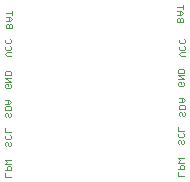
<source format=gbo>
G75*
%MOIN*%
%OFA0B0*%
%FSLAX24Y24*%
%IPPOS*%
%LPD*%
%AMOC8*
5,1,8,0,0,1.08239X$1,22.5*
%
%ADD10C,0.0040*%
D10*
X001174Y000615D02*
X001174Y000748D01*
X001174Y000836D02*
X001375Y000836D01*
X001375Y000936D01*
X001341Y000969D01*
X001274Y000969D01*
X001241Y000936D01*
X001241Y000836D01*
X001174Y000615D02*
X001375Y000615D01*
X001375Y001057D02*
X001174Y001057D01*
X001241Y001124D01*
X001174Y001190D01*
X001375Y001190D01*
X001333Y001662D02*
X001300Y001662D01*
X001267Y001695D01*
X001267Y001762D01*
X001233Y001796D01*
X001200Y001796D01*
X001166Y001762D01*
X001166Y001695D01*
X001200Y001662D01*
X001333Y001662D02*
X001367Y001695D01*
X001367Y001762D01*
X001333Y001796D01*
X001333Y001883D02*
X001200Y001883D01*
X001166Y001916D01*
X001166Y001983D01*
X001200Y002017D01*
X001333Y002017D02*
X001367Y001983D01*
X001367Y001916D01*
X001333Y001883D01*
X001367Y002104D02*
X001166Y002104D01*
X001166Y002238D01*
X001208Y002623D02*
X001174Y002656D01*
X001174Y002723D01*
X001208Y002756D01*
X001241Y002756D01*
X001274Y002723D01*
X001274Y002656D01*
X001308Y002623D01*
X001341Y002623D01*
X001375Y002656D01*
X001375Y002723D01*
X001341Y002756D01*
X001375Y002844D02*
X001375Y002944D01*
X001341Y002977D01*
X001208Y002977D01*
X001174Y002944D01*
X001174Y002844D01*
X001375Y002844D01*
X001308Y003065D02*
X001174Y003065D01*
X001274Y003065D02*
X001274Y003198D01*
X001308Y003198D02*
X001174Y003198D01*
X001308Y003198D02*
X001375Y003131D01*
X001308Y003065D01*
X001341Y003568D02*
X001208Y003568D01*
X001174Y003601D01*
X001174Y003668D01*
X001208Y003701D01*
X001274Y003701D01*
X001274Y003634D01*
X001341Y003568D02*
X001375Y003601D01*
X001375Y003668D01*
X001341Y003701D01*
X001375Y003789D02*
X001174Y003922D01*
X001375Y003922D01*
X001375Y004010D02*
X001375Y004110D01*
X001341Y004143D01*
X001208Y004143D01*
X001174Y004110D01*
X001174Y004010D01*
X001375Y004010D01*
X001375Y003789D02*
X001174Y003789D01*
X001237Y004637D02*
X001171Y004704D01*
X001237Y004770D01*
X001371Y004770D01*
X001337Y004858D02*
X001204Y004858D01*
X001171Y004891D01*
X001171Y004958D01*
X001204Y004991D01*
X001204Y005079D02*
X001171Y005112D01*
X001171Y005179D01*
X001204Y005212D01*
X001337Y005212D02*
X001371Y005179D01*
X001371Y005112D01*
X001337Y005079D01*
X001204Y005079D01*
X001337Y004991D02*
X001371Y004958D01*
X001371Y004891D01*
X001337Y004858D01*
X001371Y004637D02*
X001237Y004637D01*
X001194Y005584D02*
X001194Y005684D01*
X001228Y005717D01*
X001261Y005717D01*
X001294Y005684D01*
X001294Y005584D01*
X001194Y005584D02*
X001394Y005584D01*
X001394Y005684D01*
X001361Y005717D01*
X001328Y005717D01*
X001294Y005684D01*
X001294Y005805D02*
X001294Y005938D01*
X001328Y005938D02*
X001194Y005938D01*
X001328Y005938D02*
X001394Y005872D01*
X001328Y005805D01*
X001194Y005805D01*
X001394Y006026D02*
X001394Y006159D01*
X001394Y006093D02*
X001194Y006093D01*
X006911Y006139D02*
X007044Y006139D01*
X007111Y006072D01*
X007044Y006005D01*
X006911Y006005D01*
X007011Y006005D02*
X007011Y006139D01*
X007111Y006226D02*
X007111Y006360D01*
X007111Y006293D02*
X006911Y006293D01*
X006944Y005918D02*
X006911Y005884D01*
X006911Y005784D01*
X007111Y005784D01*
X007111Y005884D01*
X007077Y005918D01*
X007044Y005918D01*
X007011Y005884D01*
X007011Y005784D01*
X007011Y005884D02*
X006977Y005918D01*
X006944Y005918D01*
X007007Y005210D02*
X006974Y005177D01*
X006974Y005110D01*
X007007Y005077D01*
X007140Y005077D01*
X007174Y005110D01*
X007174Y005177D01*
X007140Y005210D01*
X007140Y004989D02*
X007174Y004956D01*
X007174Y004889D01*
X007140Y004856D01*
X007007Y004856D01*
X006974Y004889D01*
X006974Y004956D01*
X007007Y004989D01*
X007040Y004768D02*
X007174Y004768D01*
X007040Y004768D02*
X006974Y004701D01*
X007040Y004635D01*
X007174Y004635D01*
X007101Y004226D02*
X006968Y004226D01*
X006934Y004192D01*
X006934Y004092D01*
X007134Y004092D01*
X007134Y004192D01*
X007101Y004226D01*
X007134Y004005D02*
X006934Y004005D01*
X007134Y003871D01*
X006934Y003871D01*
X006968Y003784D02*
X007034Y003784D01*
X007034Y003717D01*
X006968Y003650D02*
X006934Y003684D01*
X006934Y003750D01*
X006968Y003784D01*
X007101Y003784D02*
X007134Y003750D01*
X007134Y003684D01*
X007101Y003650D01*
X006968Y003650D01*
X006974Y003241D02*
X007107Y003241D01*
X007174Y003175D01*
X007107Y003108D01*
X006974Y003108D01*
X007007Y003020D02*
X007140Y003020D01*
X007174Y002987D01*
X007174Y002887D01*
X006974Y002887D01*
X006974Y002987D01*
X007007Y003020D01*
X007074Y003108D02*
X007074Y003241D01*
X007040Y002800D02*
X007007Y002800D01*
X006974Y002766D01*
X006974Y002699D01*
X007007Y002666D01*
X007074Y002699D02*
X007074Y002766D01*
X007040Y002800D01*
X007140Y002800D02*
X007174Y002766D01*
X007174Y002699D01*
X007140Y002666D01*
X007107Y002666D01*
X007074Y002699D01*
X006934Y002297D02*
X006934Y002163D01*
X007134Y002163D01*
X007101Y002076D02*
X007134Y002042D01*
X007134Y001976D01*
X007101Y001942D01*
X006968Y001942D01*
X006934Y001976D01*
X006934Y002042D01*
X006968Y002076D01*
X006968Y001855D02*
X006934Y001821D01*
X006934Y001755D01*
X006968Y001721D01*
X007034Y001755D02*
X007034Y001821D01*
X007001Y001855D01*
X006968Y001855D01*
X007034Y001755D02*
X007068Y001721D01*
X007101Y001721D01*
X007134Y001755D01*
X007134Y001821D01*
X007101Y001855D01*
X007134Y001234D02*
X006934Y001234D01*
X007001Y001167D01*
X006934Y001100D01*
X007134Y001100D01*
X007101Y001013D02*
X007034Y001013D01*
X007001Y000979D01*
X007001Y000879D01*
X006934Y000879D02*
X007134Y000879D01*
X007134Y000979D01*
X007101Y001013D01*
X006934Y000792D02*
X006934Y000658D01*
X007134Y000658D01*
M02*

</source>
